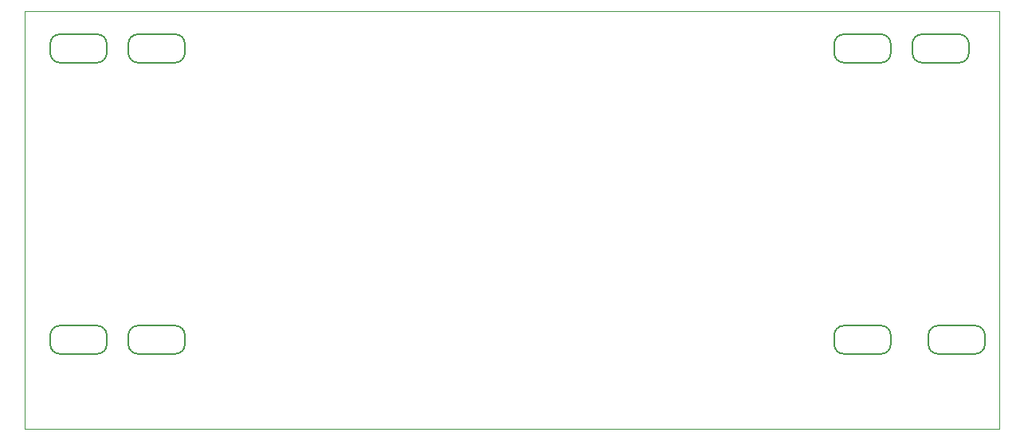
<source format=gbr>
G04 #@! TF.FileFunction,Profile,NP*
%FSLAX45Y45*%
G04 Gerber Fmt 4.5, Leading zero omitted, Abs format (unit mm)*
G04 Created by KiCad (PCBNEW 4.0.6) date 08/17/17 22:48:44*
%MOMM*%
%LPD*%
G01*
G04 APERTURE LIST*
%ADD10C,0.100000*%
%ADD11C,0.200000*%
G04 APERTURE END LIST*
D10*
D11*
X10657000Y-6722000D02*
X11057000Y-6722000D01*
X10657000Y-7022000D02*
X11057000Y-7022000D01*
X11157000Y-6822000D02*
G75*
G03X11057000Y-6722000I-100000J0D01*
G01*
X11057000Y-7022000D02*
G75*
G03X11157000Y-6922000I0J100000D01*
G01*
X11157000Y-6922000D02*
X11157000Y-6822000D01*
X10557000Y-6922000D02*
X10557000Y-6822000D01*
X10557000Y-6922000D02*
G75*
G03X10657000Y-7022000I100000J0D01*
G01*
X10657000Y-6722000D02*
G75*
G03X10557000Y-6822000I0J-100000D01*
G01*
X19887000Y-10022000D02*
G75*
G03X19987000Y-10122000I100000J0D01*
G01*
X11057000Y-10122000D02*
G75*
G03X11157000Y-10022000I0J100000D01*
G01*
X20387000Y-10122000D02*
G75*
G03X20487000Y-10022000I0J100000D01*
G01*
X11157000Y-9922000D02*
G75*
G03X11057000Y-9822000I-100000J0D01*
G01*
X20487000Y-9922000D02*
G75*
G03X20387000Y-9822000I-100000J0D01*
G01*
X10557000Y-10022000D02*
G75*
G03X10657000Y-10122000I100000J0D01*
G01*
X10657000Y-9822000D02*
X11057000Y-9822000D01*
X19987000Y-9822000D02*
X20387000Y-9822000D01*
X10557000Y-10022000D02*
X10557000Y-9922000D01*
X19887000Y-10022000D02*
X19887000Y-9922000D01*
X10657000Y-9822000D02*
G75*
G03X10557000Y-9922000I0J-100000D01*
G01*
X19987000Y-9822000D02*
G75*
G03X19887000Y-9922000I0J-100000D01*
G01*
X10657000Y-10122000D02*
X11057000Y-10122000D01*
X19987000Y-10122000D02*
X20387000Y-10122000D01*
X11157000Y-10022000D02*
X11157000Y-9922000D01*
X20487000Y-10022000D02*
X20487000Y-9922000D01*
X19817000Y-7022000D02*
X20217000Y-7022000D01*
X19717000Y-6922000D02*
G75*
G03X19817000Y-7022000I100000J0D01*
G01*
X19717000Y-6922000D02*
X19717000Y-6822000D01*
X19817000Y-6722000D02*
G75*
G03X19717000Y-6822000I0J-100000D01*
G01*
X19817000Y-6722000D02*
X20217000Y-6722000D01*
X20317000Y-6822000D02*
G75*
G03X20217000Y-6722000I-100000J0D01*
G01*
X20317000Y-6922000D02*
X20317000Y-6822000D01*
X20217000Y-7022000D02*
G75*
G03X20317000Y-6922000I0J100000D01*
G01*
X11487000Y-7022000D02*
X11887000Y-7022000D01*
X18987000Y-10122000D02*
X19387000Y-10122000D01*
X11487000Y-10122000D02*
X11887000Y-10122000D01*
X11387000Y-6922000D02*
X11387000Y-6822000D01*
X18887000Y-10022000D02*
X18887000Y-9922000D01*
X11387000Y-10022000D02*
X11387000Y-9922000D01*
X11387000Y-6922000D02*
G75*
G03X11487000Y-7022000I100000J0D01*
G01*
X18887000Y-10022000D02*
G75*
G03X18987000Y-10122000I100000J0D01*
G01*
X11387000Y-10022000D02*
G75*
G03X11487000Y-10122000I100000J0D01*
G01*
X11487000Y-6722000D02*
X11887000Y-6722000D01*
X18987000Y-9822000D02*
X19387000Y-9822000D01*
X11487000Y-9822000D02*
X11887000Y-9822000D01*
X11987000Y-6822000D02*
G75*
G03X11887000Y-6722000I-100000J0D01*
G01*
X19487000Y-9922000D02*
G75*
G03X19387000Y-9822000I-100000J0D01*
G01*
X11987000Y-9922000D02*
G75*
G03X11887000Y-9822000I-100000J0D01*
G01*
X11887000Y-7022000D02*
G75*
G03X11987000Y-6922000I0J100000D01*
G01*
X19387000Y-10122000D02*
G75*
G03X19487000Y-10022000I0J100000D01*
G01*
X11887000Y-10122000D02*
G75*
G03X11987000Y-10022000I0J100000D01*
G01*
X11487000Y-6722000D02*
G75*
G03X11387000Y-6822000I0J-100000D01*
G01*
X18987000Y-9822000D02*
G75*
G03X18887000Y-9922000I0J-100000D01*
G01*
X11487000Y-9822000D02*
G75*
G03X11387000Y-9922000I0J-100000D01*
G01*
X11987000Y-6922000D02*
X11987000Y-6822000D01*
X19487000Y-10022000D02*
X19487000Y-9922000D01*
X11987000Y-10022000D02*
X11987000Y-9922000D01*
X19487000Y-6922000D02*
X19487000Y-6822000D01*
X18887000Y-6922000D02*
X18887000Y-6822000D01*
X18987000Y-6722000D02*
X19387000Y-6722000D01*
X18987000Y-7022000D02*
X19387000Y-7022000D01*
X19487000Y-6822000D02*
G75*
G03X19387000Y-6722000I-100000J0D01*
G01*
X19387000Y-7022000D02*
G75*
G03X19487000Y-6922000I0J100000D01*
G01*
X18987000Y-6722000D02*
G75*
G03X18887000Y-6822000I0J-100000D01*
G01*
X18887000Y-6922000D02*
G75*
G03X18987000Y-7022000I100000J0D01*
G01*
D10*
X10287000Y-6472000D02*
X10287000Y-6622000D01*
X20637000Y-6472000D02*
X10287000Y-6472000D01*
X20637000Y-10922000D02*
X20637000Y-6472000D01*
X10287000Y-10922000D02*
X20637000Y-10922000D01*
X10287000Y-6604000D02*
X10287000Y-10922000D01*
M02*

</source>
